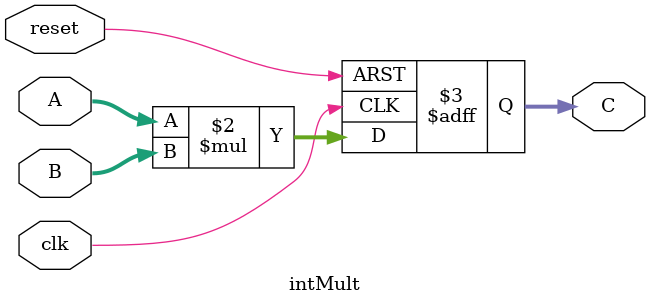
<source format=v>
module intMult(input clk,reset,
			   input [15:0] A,B,
			   output reg[31:0] C);

always @(posedge clk or posedge reset) begin
	if(reset)
		C <= 0;
	else
		C <= A * B;
end

endmodule
</source>
